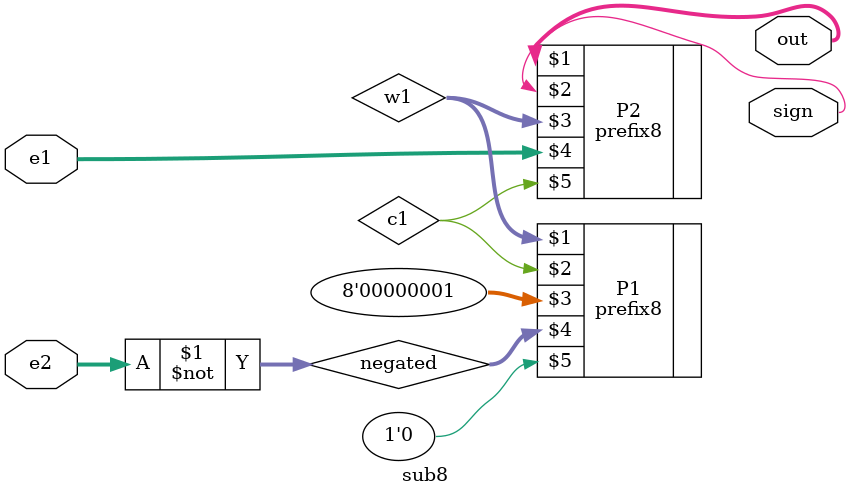
<source format=v>
module sub8(e1, e2, sign, out);
input[7:0] e1, e2;
output[7:0] out;
output sign;

wire[7:0] negated,w1;
wire c1;
assign negated = ~e2;
prefix8 P1(w1, c1, 8'b1, negated, 1'b0);
prefix8 P2(out, sign, w1, e1, c1);

endmodule
</source>
